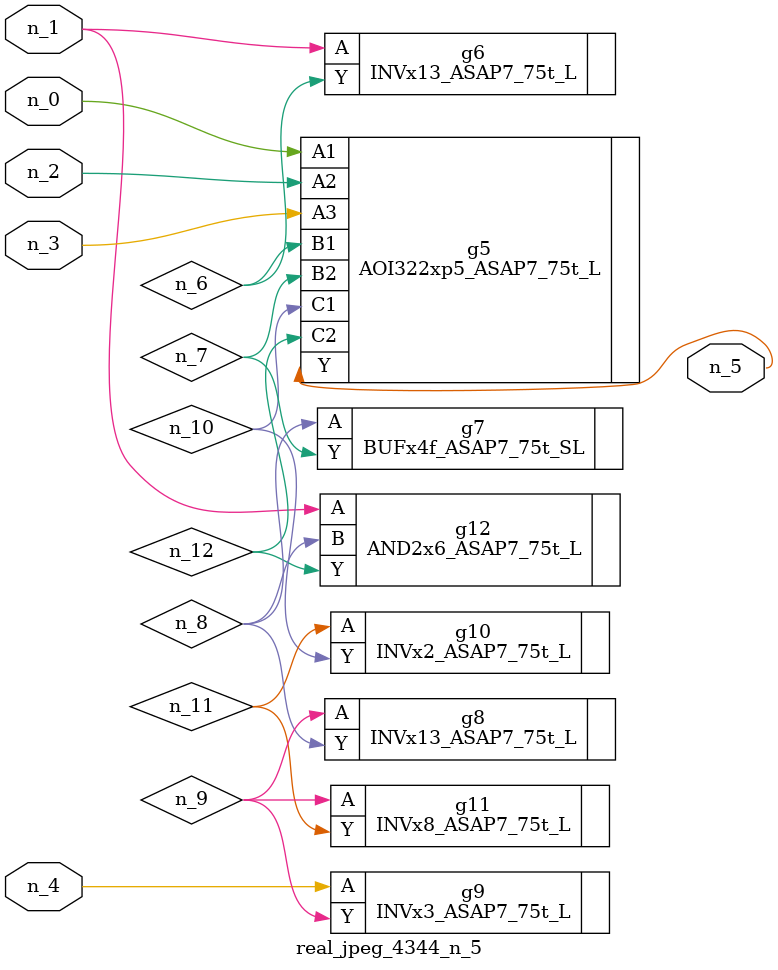
<source format=v>
module real_jpeg_4344_n_5 (n_4, n_0, n_1, n_2, n_3, n_5);

input n_4;
input n_0;
input n_1;
input n_2;
input n_3;

output n_5;

wire n_12;
wire n_8;
wire n_11;
wire n_6;
wire n_7;
wire n_10;
wire n_9;

AOI322xp5_ASAP7_75t_L g5 ( 
.A1(n_0),
.A2(n_2),
.A3(n_3),
.B1(n_6),
.B2(n_7),
.C1(n_10),
.C2(n_12),
.Y(n_5)
);

INVx13_ASAP7_75t_L g6 ( 
.A(n_1),
.Y(n_6)
);

AND2x6_ASAP7_75t_L g12 ( 
.A(n_1),
.B(n_8),
.Y(n_12)
);

INVx3_ASAP7_75t_L g9 ( 
.A(n_4),
.Y(n_9)
);

BUFx4f_ASAP7_75t_SL g7 ( 
.A(n_8),
.Y(n_7)
);

INVx13_ASAP7_75t_L g8 ( 
.A(n_9),
.Y(n_8)
);

INVx8_ASAP7_75t_L g11 ( 
.A(n_9),
.Y(n_11)
);

INVx2_ASAP7_75t_L g10 ( 
.A(n_11),
.Y(n_10)
);


endmodule
</source>
